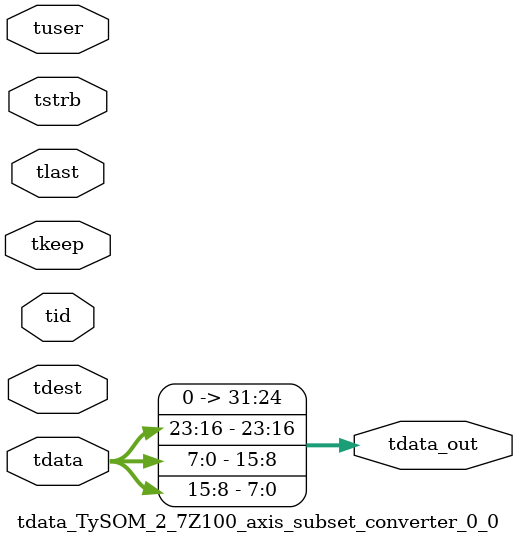
<source format=v>


`timescale 1ps/1ps

module tdata_TySOM_2_7Z100_axis_subset_converter_0_0 #
(
parameter C_S_AXIS_TDATA_WIDTH = 32,
parameter C_S_AXIS_TUSER_WIDTH = 0,
parameter C_S_AXIS_TID_WIDTH   = 0,
parameter C_S_AXIS_TDEST_WIDTH = 0,
parameter C_M_AXIS_TDATA_WIDTH = 32
)
(
input  [(C_S_AXIS_TDATA_WIDTH == 0 ? 1 : C_S_AXIS_TDATA_WIDTH)-1:0     ] tdata,
input  [(C_S_AXIS_TUSER_WIDTH == 0 ? 1 : C_S_AXIS_TUSER_WIDTH)-1:0     ] tuser,
input  [(C_S_AXIS_TID_WIDTH   == 0 ? 1 : C_S_AXIS_TID_WIDTH)-1:0       ] tid,
input  [(C_S_AXIS_TDEST_WIDTH == 0 ? 1 : C_S_AXIS_TDEST_WIDTH)-1:0     ] tdest,
input  [(C_S_AXIS_TDATA_WIDTH/8)-1:0 ] tkeep,
input  [(C_S_AXIS_TDATA_WIDTH/8)-1:0 ] tstrb,
input                                                                    tlast,
output [C_M_AXIS_TDATA_WIDTH-1:0] tdata_out
);

assign tdata_out = {tdata[23:16],tdata[7:0],tdata[15:8]};

endmodule


</source>
